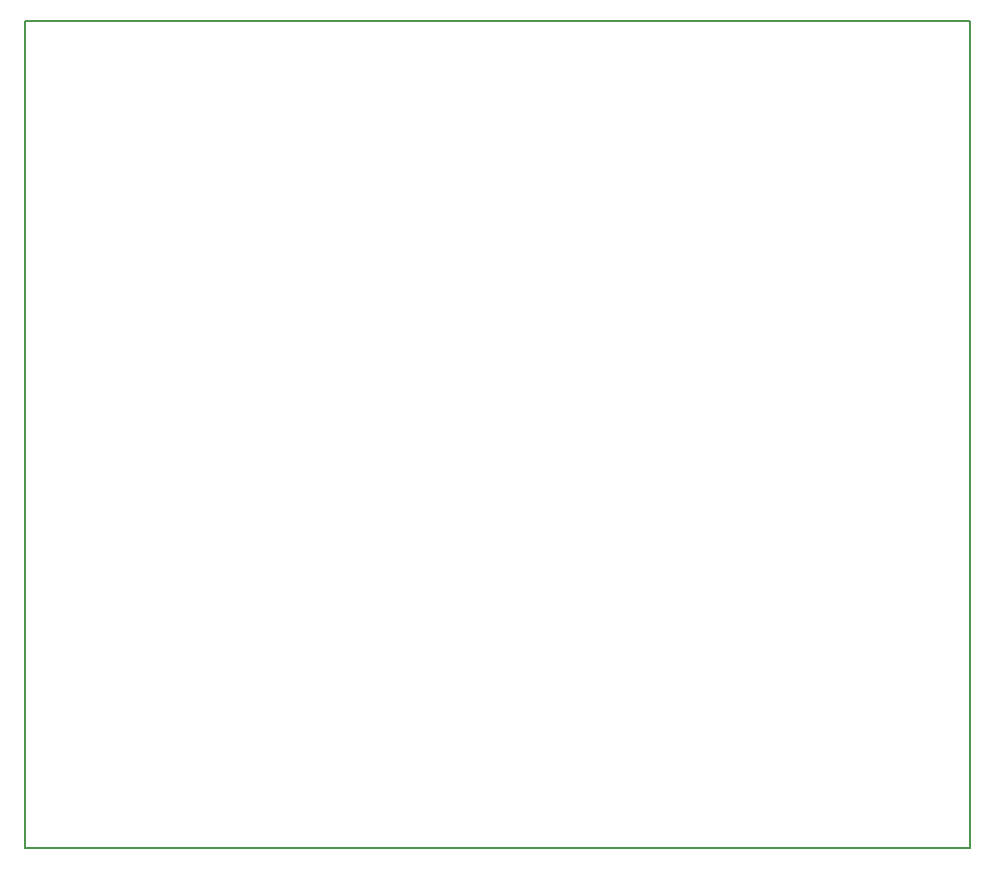
<source format=gbr>
G04 #@! TF.GenerationSoftware,KiCad,Pcbnew,(5.0.0)*
G04 #@! TF.CreationDate,2019-11-15T12:31:31-05:00*
G04 #@! TF.ProjectId,PCB_v2,5043425F76322E6B696361645F706362,rev?*
G04 #@! TF.SameCoordinates,Original*
G04 #@! TF.FileFunction,Profile,NP*
%FSLAX46Y46*%
G04 Gerber Fmt 4.6, Leading zero omitted, Abs format (unit mm)*
G04 Created by KiCad (PCBNEW (5.0.0)) date 11/15/19 12:31:31*
%MOMM*%
%LPD*%
G01*
G04 APERTURE LIST*
%ADD10C,0.150000*%
G04 APERTURE END LIST*
D10*
X125018800Y-129870200D02*
X124942600Y-59893200D01*
X205003400Y-129921000D02*
X125018800Y-129870200D01*
X204952600Y-59893200D02*
X205003400Y-129921000D01*
X124942600Y-59893200D02*
X204952600Y-59893200D01*
M02*

</source>
